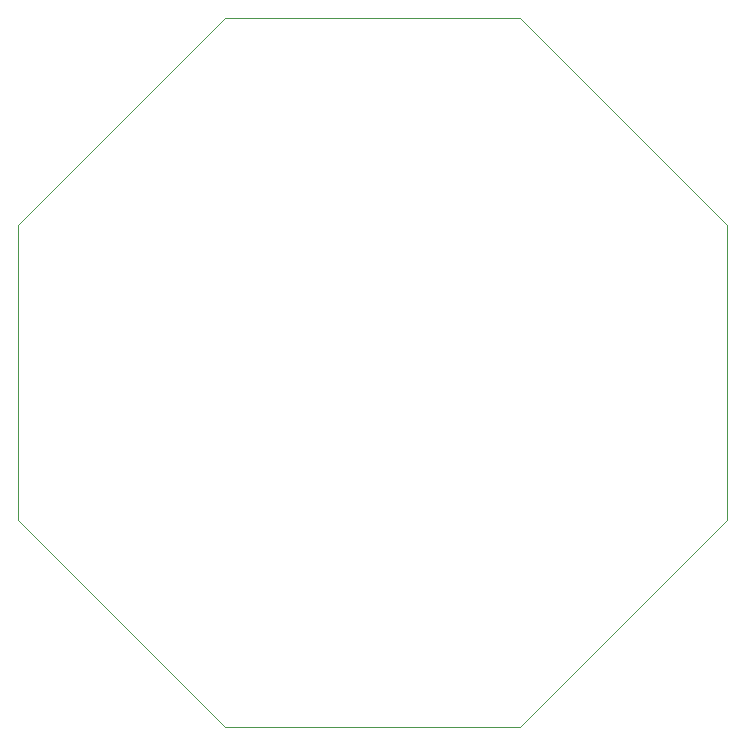
<source format=gbr>
%TF.GenerationSoftware,KiCad,Pcbnew,9.0.1*%
%TF.CreationDate,2025-05-03T16:32:41-05:00*%
%TF.ProjectId,WhackAMole,57686163-6b41-44d6-9f6c-652e6b696361,rev?*%
%TF.SameCoordinates,Original*%
%TF.FileFunction,Profile,NP*%
%FSLAX46Y46*%
G04 Gerber Fmt 4.6, Leading zero omitted, Abs format (unit mm)*
G04 Created by KiCad (PCBNEW 9.0.1) date 2025-05-03 16:32:41*
%MOMM*%
%LPD*%
G01*
G04 APERTURE LIST*
%TA.AperFunction,Profile*%
%ADD10C,0.050000*%
%TD*%
G04 APERTURE END LIST*
D10*
X162500000Y-92500000D02*
X162500000Y-117500000D01*
X145000000Y-135000000D01*
X120000000Y-135000000D01*
X102500000Y-117500000D01*
X102500000Y-92500000D01*
X120000000Y-75000000D01*
X145000000Y-75000000D01*
X162500000Y-92500000D01*
M02*

</source>
